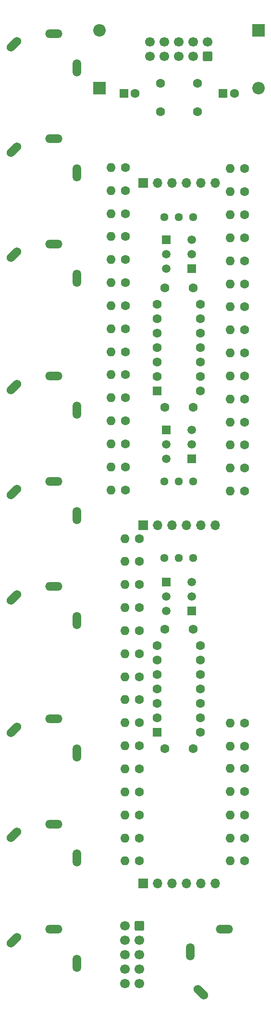
<source format=gbs>
%TF.GenerationSoftware,KiCad,Pcbnew,9.0.0*%
%TF.CreationDate,2025-04-19T17:36:44+02:00*%
%TF.ProjectId,DMH_Tripple_VCA_PCB_1,444d485f-5472-4697-9070-6c655f564341,1*%
%TF.SameCoordinates,Original*%
%TF.FileFunction,Soldermask,Bot*%
%TF.FilePolarity,Negative*%
%FSLAX46Y46*%
G04 Gerber Fmt 4.6, Leading zero omitted, Abs format (unit mm)*
G04 Created by KiCad (PCBNEW 9.0.0) date 2025-04-19 17:36:44*
%MOMM*%
%LPD*%
G01*
G04 APERTURE LIST*
G04 Aperture macros list*
%AMRoundRect*
0 Rectangle with rounded corners*
0 $1 Rounding radius*
0 $2 $3 $4 $5 $6 $7 $8 $9 X,Y pos of 4 corners*
0 Add a 4 corners polygon primitive as box body*
4,1,4,$2,$3,$4,$5,$6,$7,$8,$9,$2,$3,0*
0 Add four circle primitives for the rounded corners*
1,1,$1+$1,$2,$3*
1,1,$1+$1,$4,$5*
1,1,$1+$1,$6,$7*
1,1,$1+$1,$8,$9*
0 Add four rect primitives between the rounded corners*
20,1,$1+$1,$2,$3,$4,$5,0*
20,1,$1+$1,$4,$5,$6,$7,0*
20,1,$1+$1,$6,$7,$8,$9,0*
20,1,$1+$1,$8,$9,$2,$3,0*%
%AMHorizOval*
0 Thick line with rounded ends*
0 $1 width*
0 $2 $3 position (X,Y) of the first rounded end (center of the circle)*
0 $4 $5 position (X,Y) of the second rounded end (center of the circle)*
0 Add line between two ends*
20,1,$1,$2,$3,$4,$5,0*
0 Add two circle primitives to create the rounded ends*
1,1,$1,$2,$3*
1,1,$1,$4,$5*%
G04 Aperture macros list end*
%ADD10HorizOval,1.508000X-0.533159X-0.533159X0.533159X0.533159X0*%
%ADD11O,1.508000X3.016000*%
%ADD12O,3.016000X1.508000*%
%ADD13R,1.700000X1.700000*%
%ADD14O,1.700000X1.700000*%
%ADD15HorizOval,1.508000X-0.533159X0.533159X0.533159X-0.533159X0*%
%ADD16RoundRect,0.250000X-0.550000X-0.550000X0.550000X-0.550000X0.550000X0.550000X-0.550000X0.550000X0*%
%ADD17C,1.600000*%
%ADD18O,1.600000X1.600000*%
%ADD19R,1.500000X1.500000*%
%ADD20C,1.500000*%
%ADD21R,2.200000X2.200000*%
%ADD22O,2.200000X2.200000*%
%ADD23RoundRect,0.250000X0.600000X0.600000X-0.600000X0.600000X-0.600000X-0.600000X0.600000X-0.600000X0*%
%ADD24C,1.700000*%
%ADD25C,1.440000*%
%ADD26R,1.600000X1.600000*%
%ADD27RoundRect,0.250000X0.600000X-0.600000X0.600000X0.600000X-0.600000X0.600000X-0.600000X-0.600000X0*%
G04 APERTURE END LIST*
D10*
%TO.C,J7*%
X53903810Y-167153810D03*
D11*
X65000000Y-171250000D03*
D12*
X61000000Y-165250000D03*
%TD*%
D10*
%TO.C,J8*%
X53903810Y-185653810D03*
D11*
X65000000Y-189750000D03*
D12*
X61000000Y-183750000D03*
%TD*%
D10*
%TO.C,J5*%
X53903810Y-125403810D03*
D11*
X65000000Y-129500000D03*
D12*
X61000000Y-123500000D03*
%TD*%
D10*
%TO.C,J9*%
X53903810Y-204153810D03*
D11*
X65000000Y-208250000D03*
D12*
X61000000Y-202250000D03*
%TD*%
D10*
%TO.C,J1*%
X53903810Y-46653810D03*
D11*
X65000000Y-50750000D03*
D12*
X61000000Y-44750000D03*
%TD*%
D13*
%TO.C,J50*%
X76675000Y-70975000D03*
D14*
X79215000Y-70975000D03*
X81755000Y-70975000D03*
X84295000Y-70975000D03*
X86835000Y-70975000D03*
X89375000Y-70975000D03*
%TD*%
D10*
%TO.C,J6*%
X53903810Y-143903810D03*
D11*
X65000000Y-148000000D03*
D12*
X61000000Y-142000000D03*
%TD*%
D13*
%TO.C,J60*%
X76675000Y-131225000D03*
D14*
X79215000Y-131225000D03*
X81755000Y-131225000D03*
X84295000Y-131225000D03*
X86835000Y-131225000D03*
X89375000Y-131225000D03*
%TD*%
D10*
%TO.C,J2*%
X53903810Y-65153810D03*
D11*
X65000000Y-69250000D03*
D12*
X61000000Y-63250000D03*
%TD*%
D13*
%TO.C,J70*%
X76675000Y-194225000D03*
D14*
X79215000Y-194225000D03*
X81755000Y-194225000D03*
X84295000Y-194225000D03*
X86835000Y-194225000D03*
X89375000Y-194225000D03*
%TD*%
D10*
%TO.C,J4*%
X53903810Y-106903810D03*
D11*
X65000000Y-111000000D03*
D12*
X61000000Y-105000000D03*
%TD*%
D10*
%TO.C,J3*%
X53903810Y-83653810D03*
D11*
X65000000Y-87750000D03*
D12*
X61000000Y-81750000D03*
%TD*%
D15*
%TO.C,J10*%
X86903810Y-213346190D03*
D12*
X91000000Y-202250000D03*
D11*
X85000000Y-206250000D03*
%TD*%
D16*
%TO.C,U1*%
X79200000Y-107625000D03*
D17*
X79200000Y-105085000D03*
X79200000Y-102545000D03*
X79200000Y-100005000D03*
X79200000Y-97465000D03*
X79200000Y-94925000D03*
X79200000Y-92385000D03*
X86820000Y-92385000D03*
X86820000Y-94925000D03*
X86820000Y-97465000D03*
X86820000Y-100005000D03*
X86820000Y-102545000D03*
X86820000Y-105085000D03*
X86820000Y-107625000D03*
%TD*%
%TO.C,R46*%
X94545000Y-166000000D03*
D18*
X92005000Y-166000000D03*
%TD*%
D19*
%TO.C,Q5*%
X80750000Y-141210000D03*
D20*
X80750000Y-143750000D03*
X80750000Y-146290000D03*
%TD*%
D17*
%TO.C,R27*%
X94545000Y-113050000D03*
D18*
X92005000Y-113050000D03*
%TD*%
D17*
%TO.C,R39*%
X76060000Y-165950000D03*
D18*
X73520000Y-165950000D03*
%TD*%
D21*
%TO.C,D1*%
X69000000Y-54330000D03*
D22*
X69000000Y-44170000D03*
%TD*%
D19*
%TO.C,Q6*%
X85250000Y-146290000D03*
D20*
X85250000Y-143750000D03*
X85250000Y-141210000D03*
%TD*%
D19*
%TO.C,Q2*%
X85250000Y-86040000D03*
D20*
X85250000Y-83500000D03*
X85250000Y-80960000D03*
%TD*%
D17*
%TO.C,C8*%
X80500000Y-149500000D03*
X85500000Y-149500000D03*
%TD*%
%TO.C,R21*%
X94545000Y-88750000D03*
D18*
X92005000Y-88750000D03*
%TD*%
D17*
%TO.C,R10*%
X73545000Y-104750000D03*
D18*
X71005000Y-104750000D03*
%TD*%
D17*
%TO.C,R41*%
X76060000Y-174050000D03*
D18*
X73520000Y-174050000D03*
%TD*%
D17*
%TO.C,R23*%
X94545000Y-96850000D03*
D18*
X92005000Y-96850000D03*
%TD*%
D17*
%TO.C,R1*%
X73545000Y-68300000D03*
D18*
X71005000Y-68300000D03*
%TD*%
D17*
%TO.C,R28*%
X94545000Y-117100000D03*
D18*
X92005000Y-117100000D03*
%TD*%
D23*
%TO.C,J200*%
X76002500Y-201670000D03*
D24*
X76002500Y-204210000D03*
X76002500Y-206750000D03*
X76002500Y-209290000D03*
X76002500Y-211830000D03*
X73462500Y-201670000D03*
X73462500Y-204210000D03*
X73462500Y-206750000D03*
X73462500Y-209290000D03*
X73462500Y-211830000D03*
%TD*%
D17*
%TO.C,R43*%
X76060000Y-182150000D03*
D18*
X73520000Y-182150000D03*
%TD*%
D17*
%TO.C,R51*%
X94545000Y-186200000D03*
D18*
X92005000Y-186200000D03*
%TD*%
D17*
%TO.C,R48*%
X94545000Y-174000000D03*
D18*
X92005000Y-174000000D03*
%TD*%
D25*
%TO.C,RV1*%
X85550000Y-77000000D03*
X83010000Y-77000000D03*
X80470000Y-77000000D03*
%TD*%
D17*
%TO.C,R31*%
X76060000Y-133550000D03*
D18*
X73520000Y-133550000D03*
%TD*%
D17*
%TO.C,R37*%
X76060000Y-157850000D03*
D18*
X73520000Y-157850000D03*
%TD*%
D25*
%TO.C,RV3*%
X85540000Y-137000000D03*
X83000000Y-137000000D03*
X80460000Y-137000000D03*
%TD*%
D17*
%TO.C,R45*%
X76060000Y-190250000D03*
D18*
X73520000Y-190250000D03*
%TD*%
D17*
%TO.C,R8*%
X73545000Y-96650000D03*
D18*
X71005000Y-96650000D03*
%TD*%
D17*
%TO.C,R29*%
X94545000Y-121150000D03*
D18*
X92005000Y-121150000D03*
%TD*%
D17*
%TO.C,R12*%
X73545000Y-112850000D03*
D18*
X71005000Y-112850000D03*
%TD*%
D17*
%TO.C,C6*%
X80500000Y-89500000D03*
X85500000Y-89500000D03*
%TD*%
D26*
%TO.C,C1*%
X73294887Y-55250000D03*
D17*
X75294887Y-55250000D03*
%TD*%
D19*
%TO.C,Q1*%
X80750000Y-80960000D03*
D20*
X80750000Y-83500000D03*
X80750000Y-86040000D03*
%TD*%
D17*
%TO.C,R30*%
X94545000Y-125200000D03*
D18*
X92005000Y-125200000D03*
%TD*%
D17*
%TO.C,R2*%
X73545000Y-72350000D03*
D18*
X71005000Y-72350000D03*
%TD*%
D17*
%TO.C,R33*%
X76060000Y-141650000D03*
D18*
X73520000Y-141650000D03*
%TD*%
D17*
%TO.C,C3*%
X79750000Y-58500000D03*
X79750000Y-53500000D03*
%TD*%
%TO.C,R36*%
X76060000Y-153800000D03*
D18*
X73520000Y-153800000D03*
%TD*%
D17*
%TO.C,R20*%
X94545000Y-84700000D03*
D18*
X92005000Y-84700000D03*
%TD*%
D21*
%TO.C,D2*%
X97000000Y-44170000D03*
D22*
X97000000Y-54330000D03*
%TD*%
D17*
%TO.C,R13*%
X73545000Y-116900000D03*
D18*
X71005000Y-116900000D03*
%TD*%
D25*
%TO.C,RV2*%
X85540000Y-123500000D03*
X83000000Y-123500000D03*
X80460000Y-123500000D03*
%TD*%
D17*
%TO.C,R9*%
X73545000Y-100700000D03*
D18*
X71005000Y-100700000D03*
%TD*%
D17*
%TO.C,R25*%
X94545000Y-104950000D03*
D18*
X92005000Y-104950000D03*
%TD*%
D17*
%TO.C,R17*%
X94545000Y-72550000D03*
D18*
X92005000Y-72550000D03*
%TD*%
D17*
%TO.C,R47*%
X94545000Y-170050000D03*
D18*
X92005000Y-170050000D03*
%TD*%
D17*
%TO.C,R5*%
X73545000Y-84500000D03*
D18*
X71005000Y-84500000D03*
%TD*%
D17*
%TO.C,R15*%
X73545000Y-125000000D03*
D18*
X71005000Y-125000000D03*
%TD*%
D17*
%TO.C,R40*%
X76060000Y-170000000D03*
D18*
X73520000Y-170000000D03*
%TD*%
D17*
%TO.C,R11*%
X73545000Y-108800000D03*
D18*
X71005000Y-108800000D03*
%TD*%
D17*
%TO.C,C4*%
X86250000Y-53500000D03*
X86250000Y-58500000D03*
%TD*%
%TO.C,R26*%
X94545000Y-109000000D03*
D18*
X92005000Y-109000000D03*
%TD*%
D17*
%TO.C,R16*%
X94545000Y-68500000D03*
D18*
X92005000Y-68500000D03*
%TD*%
D17*
%TO.C,R14*%
X73545000Y-120950000D03*
D18*
X71005000Y-120950000D03*
%TD*%
D17*
%TO.C,R49*%
X94545000Y-178050000D03*
D18*
X92005000Y-178050000D03*
%TD*%
D17*
%TO.C,R7*%
X73545000Y-92600000D03*
D18*
X71005000Y-92600000D03*
%TD*%
D17*
%TO.C,C7*%
X80500000Y-170500000D03*
X85500000Y-170500000D03*
%TD*%
%TO.C,R24*%
X94545000Y-100900000D03*
D18*
X92005000Y-100900000D03*
%TD*%
D17*
%TO.C,R44*%
X76060000Y-186200000D03*
D18*
X73520000Y-186200000D03*
%TD*%
D17*
%TO.C,R22*%
X94545000Y-92800000D03*
D18*
X92005000Y-92800000D03*
%TD*%
D17*
%TO.C,R38*%
X76060000Y-161900000D03*
D18*
X73520000Y-161900000D03*
%TD*%
D17*
%TO.C,R50*%
X94545000Y-182150000D03*
D18*
X92005000Y-182150000D03*
%TD*%
D17*
%TO.C,R35*%
X76045000Y-149750000D03*
D18*
X73505000Y-149750000D03*
%TD*%
D26*
%TO.C,C2*%
X90794888Y-55250000D03*
D17*
X92794888Y-55250000D03*
%TD*%
D27*
%TO.C,J100*%
X88080000Y-48752500D03*
D24*
X88080000Y-46212500D03*
X85540000Y-48752500D03*
X85540000Y-46212500D03*
X83000000Y-48752500D03*
X83000000Y-46212500D03*
X80460000Y-48752500D03*
X80460000Y-46212500D03*
X77920000Y-48752500D03*
X77920000Y-46212500D03*
%TD*%
D17*
%TO.C,R18*%
X94545000Y-76600000D03*
D18*
X92005000Y-76600000D03*
%TD*%
D17*
%TO.C,R6*%
X73545000Y-88550000D03*
D18*
X71005000Y-88550000D03*
%TD*%
D16*
%TO.C,U2*%
X79200000Y-167625000D03*
D17*
X79200000Y-165085000D03*
X79200000Y-162545000D03*
X79200000Y-160005000D03*
X79200000Y-157465000D03*
X79200000Y-154925000D03*
X79200000Y-152385000D03*
X86820000Y-152385000D03*
X86820000Y-154925000D03*
X86820000Y-157465000D03*
X86820000Y-160005000D03*
X86820000Y-162545000D03*
X86820000Y-165085000D03*
X86820000Y-167625000D03*
%TD*%
%TO.C,R3*%
X73545000Y-76400000D03*
D18*
X71005000Y-76400000D03*
%TD*%
D17*
%TO.C,R32*%
X76060000Y-137600000D03*
D18*
X73520000Y-137600000D03*
%TD*%
D17*
%TO.C,R4*%
X73545000Y-80450000D03*
D18*
X71005000Y-80450000D03*
%TD*%
D17*
%TO.C,R42*%
X76060000Y-178100000D03*
D18*
X73520000Y-178100000D03*
%TD*%
D17*
%TO.C,R19*%
X94545000Y-80650000D03*
D18*
X92005000Y-80650000D03*
%TD*%
D19*
%TO.C,Q4*%
X85250000Y-119540000D03*
D20*
X85250000Y-117000000D03*
X85250000Y-114460000D03*
%TD*%
D17*
%TO.C,R34*%
X76060000Y-145700000D03*
D18*
X73520000Y-145700000D03*
%TD*%
D19*
%TO.C,Q3*%
X80750000Y-114460000D03*
D20*
X80750000Y-117000000D03*
X80750000Y-119540000D03*
%TD*%
D17*
%TO.C,C5*%
X80500000Y-110500000D03*
X85500000Y-110500000D03*
%TD*%
%TO.C,R52*%
X94545000Y-190250000D03*
D18*
X92005000Y-190250000D03*
%TD*%
M02*

</source>
